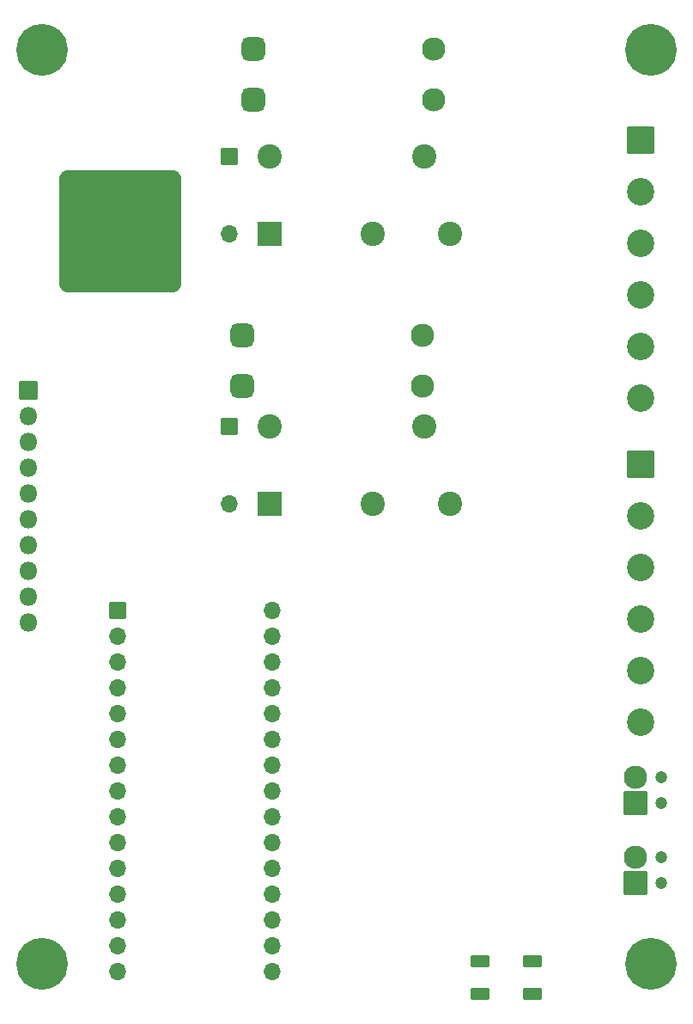
<source format=gbr>
%TF.GenerationSoftware,KiCad,Pcbnew,8.0.5*%
%TF.CreationDate,2024-09-29T22:12:38-04:00*%
%TF.ProjectId,BREAD_Slice,42524541-445f-4536-9c69-63652e6b6963,rev?*%
%TF.SameCoordinates,PX74eba40PY8552dc0*%
%TF.FileFunction,Soldermask,Top*%
%TF.FilePolarity,Negative*%
%FSLAX46Y46*%
G04 Gerber Fmt 4.6, Leading zero omitted, Abs format (unit mm)*
G04 Created by KiCad (PCBNEW 8.0.5) date 2024-09-29 22:12:38*
%MOMM*%
%LPD*%
G01*
G04 APERTURE LIST*
G04 Aperture macros list*
%AMRoundRect*
0 Rectangle with rounded corners*
0 $1 Rounding radius*
0 $2 $3 $4 $5 $6 $7 $8 $9 X,Y pos of 4 corners*
0 Add a 4 corners polygon primitive as box body*
4,1,4,$2,$3,$4,$5,$6,$7,$8,$9,$2,$3,0*
0 Add four circle primitives for the rounded corners*
1,1,$1+$1,$2,$3*
1,1,$1+$1,$4,$5*
1,1,$1+$1,$6,$7*
1,1,$1+$1,$8,$9*
0 Add four rect primitives between the rounded corners*
20,1,$1+$1,$2,$3,$4,$5,0*
20,1,$1+$1,$4,$5,$6,$7,0*
20,1,$1+$1,$6,$7,$8,$9,0*
20,1,$1+$1,$8,$9,$2,$3,0*%
G04 Aperture macros list end*
%ADD10C,5.100000*%
%ADD11RoundRect,0.050000X-0.800000X-0.800000X0.800000X-0.800000X0.800000X0.800000X-0.800000X0.800000X0*%
%ADD12O,1.700000X1.700000*%
%ADD13RoundRect,0.050000X-0.850000X-0.850000X0.850000X-0.850000X0.850000X0.850000X-0.850000X0.850000X0*%
%ADD14O,1.800000X1.800000*%
%ADD15RoundRect,0.050000X-0.800000X0.800000X-0.800000X-0.800000X0.800000X-0.800000X0.800000X0.800000X0*%
%ADD16RoundRect,1.008333X-5.041667X-5.041667X5.041667X-5.041667X5.041667X5.041667X-5.041667X5.041667X0*%
%ADD17C,1.200000*%
%ADD18RoundRect,0.050000X1.100000X-1.100000X1.100000X1.100000X-1.100000X1.100000X-1.100000X-1.100000X0*%
%ADD19C,2.300000*%
%ADD20RoundRect,0.575000X-0.575000X-0.575000X0.575000X-0.575000X0.575000X0.575000X-0.575000X0.575000X0*%
%ADD21RoundRect,0.050000X1.150000X1.150000X-1.150000X1.150000X-1.150000X-1.150000X1.150000X-1.150000X0*%
%ADD22C,2.400000*%
%ADD23RoundRect,0.101600X-0.825500X-0.500000X0.825500X-0.500000X0.825500X0.500000X-0.825500X0.500000X0*%
%ADD24RoundRect,0.050000X-1.300000X1.300000X-1.300000X-1.300000X1.300000X-1.300000X1.300000X1.300000X0*%
%ADD25C,2.700000*%
G04 APERTURE END LIST*
D10*
%TO.C,H1*%
X5000000Y95000000D03*
%TD*%
%TO.C,H3*%
X65000000Y95000000D03*
%TD*%
%TO.C,H2*%
X5000000Y5000000D03*
%TD*%
%TO.C,H4*%
X65000000Y5000000D03*
%TD*%
D11*
%TO.C,A1*%
X12400000Y39800000D03*
D12*
X12400000Y37260000D03*
X12400000Y34720000D03*
X12400000Y32180000D03*
X12400000Y29640000D03*
X12400000Y27100000D03*
X12400000Y24560000D03*
X12400000Y22020000D03*
X12400000Y19480000D03*
X12400000Y16940000D03*
X12400000Y14400000D03*
X12400000Y11860000D03*
X12400000Y9320000D03*
X12400000Y6780000D03*
X12400000Y4240000D03*
X27640000Y4240000D03*
X27640000Y6780000D03*
X27640000Y9320000D03*
X27640000Y11860000D03*
X27640000Y14400000D03*
X27640000Y16940000D03*
X27640000Y19480000D03*
X27640000Y22020000D03*
X27640000Y24560000D03*
X27640000Y27100000D03*
X27640000Y29640000D03*
X27640000Y32180000D03*
X27640000Y34720000D03*
X27640000Y37260000D03*
X27640000Y39800000D03*
%TD*%
D13*
%TO.C,J2*%
X3600000Y61450000D03*
D14*
X3600000Y58910000D03*
X3600000Y56370000D03*
X3600000Y53830000D03*
X3600000Y51290000D03*
X3600000Y48750000D03*
X3600000Y46210000D03*
X3600000Y43670000D03*
X3600000Y41130000D03*
X3600000Y38590000D03*
%TD*%
D15*
%TO.C,D3*%
X23400000Y57910000D03*
D12*
X23400000Y50290000D03*
%TD*%
D16*
%TO.C,HS1*%
X12700000Y77100000D03*
%TD*%
D17*
%TO.C,J3*%
X66040000Y20800000D03*
X66040000Y23340000D03*
D18*
X63500000Y20800000D03*
D19*
X63500000Y23340000D03*
%TD*%
D20*
%TO.C,F2*%
X24700000Y66900000D03*
X24700000Y61900000D03*
D19*
X42500000Y66900000D03*
X42500000Y61900000D03*
%TD*%
D21*
%TO.C,K2*%
X27425000Y50300000D03*
D22*
X37585000Y50300000D03*
X45205000Y50300000D03*
X42665000Y57920000D03*
X27425000Y57920000D03*
%TD*%
D23*
%TO.C,D1*%
X48123000Y5267231D03*
X48123000Y2067231D03*
X53277000Y2067231D03*
X53277000Y5267231D03*
%TD*%
D20*
%TO.C,F1*%
X25800000Y95100000D03*
X25800000Y90100000D03*
D19*
X43600000Y95100000D03*
X43600000Y90100000D03*
%TD*%
D15*
%TO.C,D2*%
X23400000Y84510000D03*
D12*
X23400000Y76890000D03*
%TD*%
D24*
%TO.C,J5*%
X64000000Y86100000D03*
D25*
X64000000Y81020000D03*
X64000000Y75940000D03*
X64000000Y70860000D03*
X64000000Y65780000D03*
X64000000Y60700000D03*
%TD*%
D17*
%TO.C,J4*%
X66040000Y12960000D03*
X66040000Y15500000D03*
D18*
X63500000Y12960000D03*
D19*
X63500000Y15500000D03*
%TD*%
D21*
%TO.C,K1*%
X27425000Y76900000D03*
D22*
X37585000Y76900000D03*
X45205000Y76900000D03*
X42665000Y84520000D03*
X27425000Y84520000D03*
%TD*%
D24*
%TO.C,J6*%
X63995000Y54200000D03*
D25*
X63995000Y49120000D03*
X63995000Y44040000D03*
X63995000Y38960000D03*
X63995000Y33880000D03*
X63995000Y28800000D03*
%TD*%
M02*

</source>
